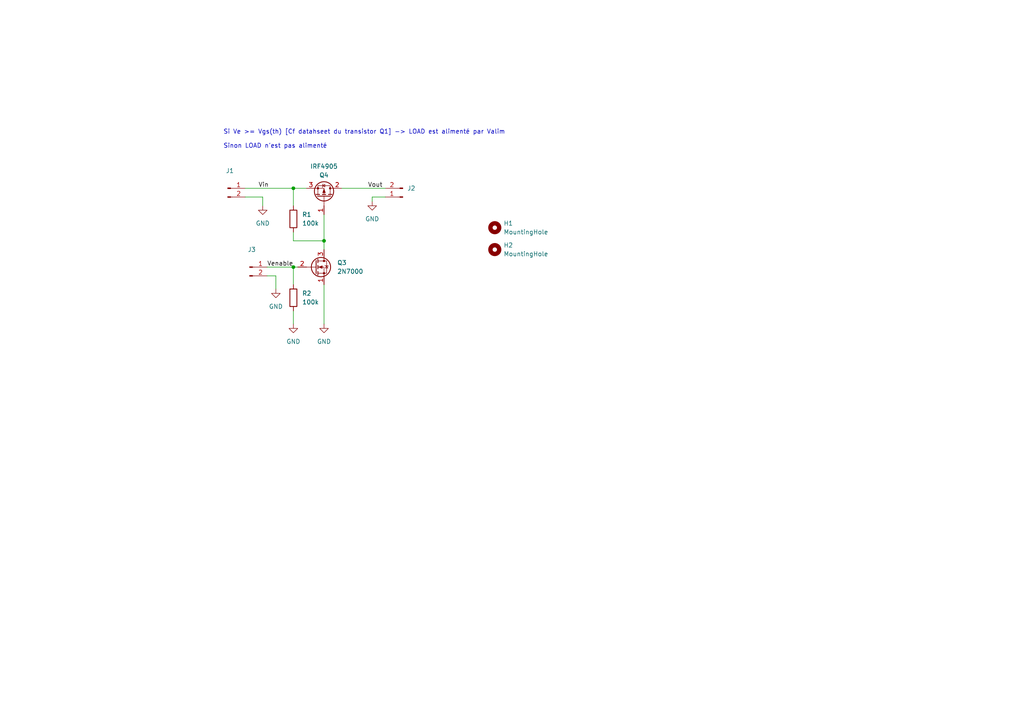
<source format=kicad_sch>
(kicad_sch (version 20231120) (generator "eeschema") (generator_version "8.0")
  (paper "A4")
  (lib_symbols
    (symbol "Connector:Conn_01x02_Pin" (pin_names (offset 1.016) hide)
      (property "Reference" "J" (at 0 2.54 0))
      (property "Value" "Conn_01x02_Pin" (at 0 -5.08 0))
      (symbol "Conn_01x02_Pin_1_1"
        (polyline (pts (xy 1.27 -2.54) (xy 0.8636 -2.54)) (stroke (width 0.1524)))
        (polyline (pts (xy 1.27 0) (xy 0.8636 0)) (stroke (width 0.1524)))
        (rectangle (start 0.8636 -2.413) (end 0 -2.667) (stroke (width 0.1524)) (fill (type outline)))
        (rectangle (start 0.8636 0.127) (end 0 -0.127) (stroke (width 0.1524)) (fill (type outline)))
        (pin passive line (at 5.08 0 180) (length 3.81) (name "Pin_1") (number "1"))
        (pin passive line (at 5.08 -2.54 180) (length 3.81) (name "Pin_2") (number "2"))
      )
    )
    (symbol "Device:R" (pin_numbers hide) (pin_names (offset 0))
      (property "Reference" "R" (at 2.032 0 90))
      (property "Value" "R" (at 0 0 90))
      (symbol "R_0_1"
        (rectangle (start -1.016 -2.54) (end 1.016 2.54) (stroke (width 0.254)))
      )
      (symbol "R_1_1"
        (pin passive line (at 0 3.81 270) (length 1.27) (name "~") (number "1"))
        (pin passive line (at 0 -3.81 90) (length 1.27) (name "~") (number "2"))
      )
    )
    (symbol "Mechanical:MountingHole" (pin_names (offset 1.016))
      (property "Reference" "H" (at 0 5.08 0))
      (property "Value" "MountingHole" (at 0 3.175 0))
      (symbol "MountingHole_0_1"
        (circle (center 0 0) (radius 1.27) (stroke (width 1.27)))
      )
    )
    (symbol "Transistor_FET:2N7000" (pin_names hide)
      (property "Reference" "Q" (at 5.08 1.905 0))
      (property "Value" "2N7000" (at 5.08 0 0))
      (symbol "2N7000_0_1"
        (polyline (pts (xy 0.254 0) (xy -2.54 0)))
        (polyline (pts (xy 0.254 1.905) (xy 0.254 -1.905)) (stroke (width 0.254)))
        (polyline (pts (xy 0.762 -1.27) (xy 0.762 -2.286)) (stroke (width 0.254)))
        (polyline (pts (xy 0.762 0.508) (xy 0.762 -0.508)) (stroke (width 0.254)))
        (polyline (pts (xy 0.762 2.286) (xy 0.762 1.27)) (stroke (width 0.254)))
        (polyline (pts (xy 2.54 2.54) (xy 2.54 1.778)))
        (polyline (pts (xy 2.54 -2.54) (xy 2.54 0) (xy 0.762 0)))
        (polyline (pts (xy 0.762 -1.778) (xy 3.302 -1.778) (xy 3.302 1.778) (xy 0.762 1.778)))
        (polyline (pts (xy 1.016 0) (xy 2.032 0.381) (xy 2.032 -0.381) (xy 1.016 0)) (fill (type outline)))
        (polyline (pts (xy 2.794 0.508) (xy 2.921 0.381) (xy 3.683 0.381) (xy 3.81 0.254)))
        (polyline (pts (xy 3.302 0.381) (xy 2.921 -0.254) (xy 3.683 -0.254) (xy 3.302 0.381)))
        (circle (center 1.651 0) (radius 2.794) (stroke (width 0.254)))
        (circle (center 2.54 -1.778) (radius 0.254) (fill (type outline)))
        (circle (center 2.54 1.778) (radius 0.254) (fill (type outline)))
      )
      (symbol "2N7000_1_1"
        (pin passive line (at 2.54 -5.08 90) (length 2.54) (name "S") (number "1"))
        (pin input line (at -5.08 0 0) (length 2.54) (name "G") (number "2"))
        (pin passive line (at 2.54 5.08 270) (length 2.54) (name "D") (number "3"))
      )
    )
    (symbol "Transistor_FET:IRF4905" (pin_names hide)
      (property "Reference" "Q" (at 5.08 1.905 0))
      (property "Value" "IRF4905" (at 5.08 0 0))
      (symbol "IRF4905_0_1"
        (polyline (pts (xy 0.254 0) (xy -2.54 0)))
        (polyline (pts (xy 0.254 1.905) (xy 0.254 -1.905)) (stroke (width 0.254)))
        (polyline (pts (xy 0.762 -1.27) (xy 0.762 -2.286)) (stroke (width 0.254)))
        (polyline (pts (xy 0.762 0.508) (xy 0.762 -0.508)) (stroke (width 0.254)))
        (polyline (pts (xy 0.762 2.286) (xy 0.762 1.27)) (stroke (width 0.254)))
        (polyline (pts (xy 2.54 2.54) (xy 2.54 1.778)))
        (polyline (pts (xy 2.54 -2.54) (xy 2.54 0) (xy 0.762 0)))
        (polyline (pts (xy 0.762 1.778) (xy 3.302 1.778) (xy 3.302 -1.778) (xy 0.762 -1.778)))
        (polyline (pts (xy 2.286 0) (xy 1.27 0.381) (xy 1.27 -0.381) (xy 2.286 0)) (fill (type outline)))
        (polyline (pts (xy 2.794 -0.508) (xy 2.921 -0.381) (xy 3.683 -0.381) (xy 3.81 -0.254)))
        (polyline (pts (xy 3.302 -0.381) (xy 2.921 0.254) (xy 3.683 0.254) (xy 3.302 -0.381)))
        (circle (center 1.651 0) (radius 2.794) (stroke (width 0.254)))
        (circle (center 2.54 -1.778) (radius 0.254) (fill (type outline)))
        (circle (center 2.54 1.778) (radius 0.254) (fill (type outline)))
      )
      (symbol "IRF4905_1_1"
        (pin input line (at -5.08 0 0) (length 2.54) (name "G") (number "1"))
        (pin passive line (at 2.54 5.08 270) (length 2.54) (name "D") (number "2"))
        (pin passive line (at 2.54 -5.08 90) (length 2.54) (name "S") (number "3"))
      )
    )
    (symbol "power:GND" (power) (pin_names (offset 0))
      (property "Value" "GND" (at 0 -3.81 0))
      (symbol "GND_0_1"
        (polyline (pts (xy 0 0) (xy 0 -1.27) (xy 1.27 -1.27) (xy 0 -2.54) (xy -1.27 -1.27) (xy 0 -1.27)))
      )
      (symbol "GND_1_1"
        (pin power_in line (at 0 0 270) (length 0) hide (name "GND") (number "1"))
      )
    )
  )
  (junction (at 93.98 69.85))
  (junction (at 85.09 54.61))
  (junction (at 85.09 77.47))
  (wire (pts (xy 71.12 54.61) (xy 85.09 54.61)))
  (wire (pts (xy 99.06 54.61) (xy 111.76 54.61)))
  (wire (pts (xy 85.09 77.47) (xy 85.09 82.55)))
  (wire (pts (xy 77.47 77.47) (xy 85.09 77.47)))
  (wire (pts (xy 71.12 57.15) (xy 76.2 57.15)))
  (wire (pts (xy 85.09 54.61) (xy 85.09 59.69)))
  (wire (pts (xy 80.01 80.01) (xy 80.01 83.82)))
  (wire (pts (xy 85.09 69.85) (xy 93.98 69.85)))
  (wire (pts (xy 85.09 90.17) (xy 85.09 93.98)))
  (wire (pts (xy 93.98 69.85) (xy 93.98 72.39)))
  (wire (pts (xy 107.95 57.15) (xy 111.76 57.15)))
  (wire (pts (xy 85.09 77.47) (xy 86.36 77.47)))
  (wire (pts (xy 77.47 80.01) (xy 80.01 80.01)))
  (wire (pts (xy 85.09 67.31) (xy 85.09 69.85)))
  (wire (pts (xy 93.98 82.55) (xy 93.98 93.98)))
  (wire (pts (xy 88.9 54.61) (xy 85.09 54.61)))
  (wire (pts (xy 76.2 57.15) (xy 76.2 59.69)))
  (wire (pts (xy 93.98 62.23) (xy 93.98 69.85)))
  (wire (pts (xy 107.95 58.42) (xy 107.95 57.15)))
  (text "Si Ve >= Vgs(th) [Cf datahseet du transistor Q1] -> LOAD est alimenté par Valim\n\nSinon LOAD n'est pas alimenté" (at 64.77 43.18 0) (effects (font (size 1.27 1.27)) (justify left bottom)))
  (label "Vin" (at 74.93 54.61 0))
  (label "Vout" (at 106.68 54.61 0))
  (label "Venable" (at 77.47 77.47 0))
  (symbol (lib_id "Mechanical:MountingHole") (at 143.51 72.39 0) (unit 1)
    (property "Reference" "H2" (at 146.05 71.12 0) (effects (justify left)))
    (property "Value" "MountingHole" (at 146.05 73.66 0) (effects (justify left)))
    (property "Footprint" "MountingHole:MountingHole_3mm" (effects (hide yes)))
  )
  (symbol (lib_id "Connector:Conn_01x02_Pin") (at 66.04 54.61 0) (unit 1)
    (property "Reference" "J1" (at 66.675 49.53 0))
    (property "Value" "Conn_01x02_Pin" (effects (hide yes)))
    (property "Footprint" "TerminalBlock_TE-Connectivity:TerminalBlock_TE_282834-2_1x02_P2.54mm_Horizontal" (effects (hide yes)))
  )
  (symbol (lib_id "Connector:Conn_01x02_Pin") (at 116.84 57.15 180) (unit 1)
    (property "Reference" "J2" (at 118.11 54.61 0) (effects (justify right)))
    (property "Value" "Conn_01x02_Pin" (effects (hide yes)))
    (property "Footprint" "TerminalBlock_TE-Connectivity:TerminalBlock_TE_282834-2_1x02_P2.54mm_Horizontal" (effects (hide yes)))
  )
  (symbol (lib_id "power:GND") (at 85.09 93.98 0) (unit 1)
    (property "Reference" "#PWR02" (effects (hide yes)))
    (property "Value" "GND" (at 85.09 99.06 0))
  )
  (symbol (lib_id "Connector:Conn_01x02_Pin") (at 72.39 77.47 0) (unit 1)
    (property "Reference" "J3" (at 73.025 72.39 0))
    (property "Value" "Conn_01x02_Pin" (effects (hide yes)))
    (property "Footprint" "TerminalBlock_TE-Connectivity:TerminalBlock_TE_282834-2_1x02_P2.54mm_Horizontal" (effects (hide yes)))
  )
  (symbol (lib_id "Device:R") (at 85.09 63.5 0) (unit 1)
    (property "Reference" "R1" (at 87.63 62.23 0) (effects (justify left)))
    (property "Value" "100k" (at 87.63 64.77 0) (effects (justify left)))
    (property "Footprint" "Resistor_THT:R_Axial_DIN0207_L6.3mm_D2.5mm_P7.62mm_Horizontal" (effects (hide yes)))
  )
  (symbol (lib_id "power:GND") (at 80.01 83.82 0) (unit 1)
    (property "Reference" "#PWR03" (effects (hide yes)))
    (property "Value" "GND" (at 80.01 88.9 0))
  )
  (symbol (lib_id "Mechanical:MountingHole") (at 143.51 66.04 0) (unit 1)
    (property "Reference" "H1" (at 146.05 64.77 0) (effects (justify left)))
    (property "Value" "MountingHole" (at 146.05 67.31 0) (effects (justify left)))
    (property "Footprint" "MountingHole:MountingHole_3mm" (effects (hide yes)))
  )
  (symbol (lib_id "power:GND") (at 107.95 58.42 0) (unit 1)
    (property "Reference" "#PWR04" (effects (hide yes)))
    (property "Value" "GND" (at 107.95 63.5 0))
  )
  (symbol (lib_id "power:GND") (at 76.2 59.69 0) (unit 1)
    (property "Reference" "#PWR05" (effects (hide yes)))
    (property "Value" "GND" (at 76.2 64.77 0))
  )
  (symbol (lib_id "Transistor_FET:2N7000") (at 91.44 77.47 0) (unit 1)
    (property "Reference" "Q3" (at 97.79 76.2 0) (effects (justify left)))
    (property "Value" "2N7000" (at 97.79 78.74 0) (effects (justify left)))
    (property "Footprint" "Package_TO_SOT_THT:TO-92_Inline" (effects (hide yes)))
    (property "Datasheet" "https://www.vishay.com/docs/70226/70226.pdf" (effects (hide yes)))
  )
  (symbol (lib_id "power:GND") (at 93.98 93.98 0) (unit 1)
    (property "Reference" "#PWR01" (effects (hide yes)))
    (property "Value" "GND" (at 93.98 99.06 0))
  )
  (symbol (lib_id "Device:R") (at 85.09 86.36 0) (unit 1)
    (property "Reference" "R2" (at 87.63 85.09 0) (effects (justify left)))
    (property "Value" "100k" (at 87.63 87.63 0) (effects (justify left)))
    (property "Footprint" "Resistor_THT:R_Axial_DIN0207_L6.3mm_D2.5mm_P7.62mm_Horizontal" (effects (hide yes)))
  )
  (symbol (lib_id "Transistor_FET:IRF4905") (at 93.98 57.15 270) (mirror x) (unit 1)
    (property "Reference" "Q4" (at 93.98 50.8 90))
    (property "Value" "IRF4905" (at 93.98 48.26 90))
    (property "Footprint" "Package_TO_SOT_THT:TO-220-3_Vertical" (effects (hide yes)))
    (property "Datasheet" "http://www.infineon.com/dgdl/irf4905.pdf?fileId=5546d462533600a4015355e32165197c" (effects (hide yes)))
  )
)
</source>
